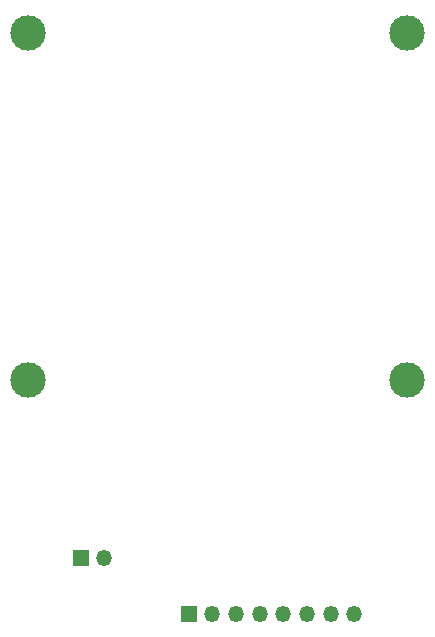
<source format=gbs>
G04 #@! TF.GenerationSoftware,KiCad,Pcbnew,7.0.9*
G04 #@! TF.CreationDate,2024-04-03T14:30:27+02:00*
G04 #@! TF.ProjectId,NFC_Programmer,4e46435f-5072-46f6-9772-616d6d65722e,3.0*
G04 #@! TF.SameCoordinates,Original*
G04 #@! TF.FileFunction,Soldermask,Bot*
G04 #@! TF.FilePolarity,Negative*
%FSLAX46Y46*%
G04 Gerber Fmt 4.6, Leading zero omitted, Abs format (unit mm)*
G04 Created by KiCad (PCBNEW 7.0.9) date 2024-04-03 14:30:27*
%MOMM*%
%LPD*%
G01*
G04 APERTURE LIST*
%ADD10C,3.000000*%
%ADD11R,1.350000X1.350000*%
%ADD12O,1.350000X1.350000*%
G04 APERTURE END LIST*
D10*
X124080000Y-58640000D03*
X156120000Y-58640000D03*
D11*
X128530000Y-103060000D03*
D12*
X130530000Y-103060000D03*
D10*
X124060000Y-88020000D03*
D11*
X137670000Y-107810000D03*
D12*
X139670000Y-107810000D03*
X141670000Y-107810000D03*
X143670000Y-107810000D03*
X145670000Y-107810000D03*
X147670000Y-107810000D03*
X149670000Y-107810000D03*
X151670000Y-107810000D03*
D10*
X156110000Y-88020000D03*
M02*

</source>
